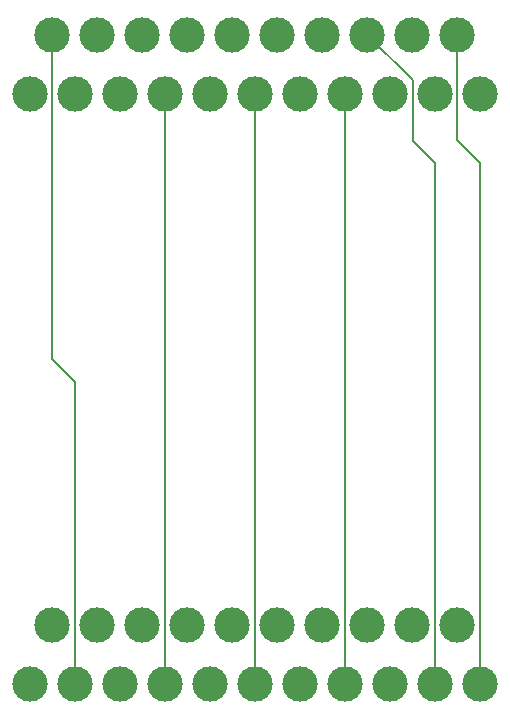
<source format=gbr>
%TF.GenerationSoftware,KiCad,Pcbnew,(6.0.8)*%
%TF.CreationDate,2023-05-31T19:07:23+02:00*%
%TF.ProjectId,RT5XP-EXP-Interconnect,52543558-502d-4455-9850-2d496e746572,rev?*%
%TF.SameCoordinates,Original*%
%TF.FileFunction,Copper,L1,Top*%
%TF.FilePolarity,Positive*%
%FSLAX46Y46*%
G04 Gerber Fmt 4.6, Leading zero omitted, Abs format (unit mm)*
G04 Created by KiCad (PCBNEW (6.0.8)) date 2023-05-31 19:07:23*
%MOMM*%
%LPD*%
G01*
G04 APERTURE LIST*
%TA.AperFunction,ComponentPad*%
%ADD10C,3.000000*%
%TD*%
%TA.AperFunction,Conductor*%
%ADD11C,0.203200*%
%TD*%
G04 APERTURE END LIST*
D10*
%TO.P,J2,1,Pin_1*%
%TO.N,unconnected-(J2-Pad1)*%
X149950000Y-90000000D03*
%TO.P,J2,2,Pin_2*%
%TO.N,AUDIOR*%
X148045000Y-85000000D03*
%TO.P,J2,3,Pin_3*%
%TO.N,unconnected-(J2-Pad3)*%
X146140000Y-90000000D03*
%TO.P,J2,4,Pin_4*%
%TO.N,GND*%
X144235000Y-85000000D03*
%TO.P,J2,5,Pin_5*%
X142330000Y-90000000D03*
%TO.P,J2,6,Pin_6*%
%TO.N,AUDIOL*%
X140425000Y-85000000D03*
%TO.P,J2,7,Pin_7*%
%TO.N,BLUE*%
X138520000Y-90000000D03*
%TO.P,J2,8,Pin_8*%
%TO.N,unconnected-(J2-Pad8)*%
X136615000Y-85000000D03*
%TO.P,J2,9,Pin_9*%
%TO.N,GND*%
X134710000Y-90000000D03*
%TO.P,J2,10,Pin_10*%
%TO.N,unconnected-(J2-Pad10)*%
X132805000Y-85000000D03*
%TO.P,J2,11,Pin_11*%
%TO.N,GREEN*%
X130900000Y-90000000D03*
%TO.P,J2,12,Pin_12*%
%TO.N,unconnected-(J2-Pad12)*%
X128995000Y-85000000D03*
%TO.P,J2,13,Pin_13*%
%TO.N,GND*%
X127090000Y-90000000D03*
%TO.P,J2,14,Pin_14*%
%TO.N,unconnected-(J2-Pad14)*%
X125185000Y-85000000D03*
%TO.P,J2,15,Pin_15*%
%TO.N,RED*%
X123280000Y-90000000D03*
%TO.P,J2,16,Pin_16*%
%TO.N,unconnected-(J2-Pad16)*%
X121375000Y-85000000D03*
%TO.P,J2,17,Pin_17*%
%TO.N,GND*%
X119470000Y-90000000D03*
%TO.P,J2,18,Pin_18*%
X117565000Y-85000000D03*
%TO.P,J2,19,Pin_19*%
%TO.N,unconnected-(J2-Pad19)*%
X115660000Y-90000000D03*
%TO.P,J2,20,Pin_20*%
%TO.N,SYNC*%
X113755000Y-85000000D03*
%TO.P,J2,21,Pin_21*%
%TO.N,GND*%
X111850000Y-90000000D03*
%TD*%
%TO.P,J1,21,Pin_21*%
%TO.N,GND*%
X111850000Y-140000000D03*
%TO.P,J1,20,Pin_20*%
%TO.N,unconnected-(J1-Pad20)*%
X113755000Y-135000000D03*
%TO.P,J1,19,Pin_19*%
%TO.N,SYNC*%
X115660000Y-140000000D03*
%TO.P,J1,18,Pin_18*%
%TO.N,GND*%
X117565000Y-135000000D03*
%TO.P,J1,17,Pin_17*%
X119470000Y-140000000D03*
%TO.P,J1,16,Pin_16*%
%TO.N,unconnected-(J1-Pad16)*%
X121375000Y-135000000D03*
%TO.P,J1,15,Pin_15*%
%TO.N,RED*%
X123280000Y-140000000D03*
%TO.P,J1,14,Pin_14*%
%TO.N,unconnected-(J1-Pad14)*%
X125185000Y-135000000D03*
%TO.P,J1,13,Pin_13*%
%TO.N,GND*%
X127090000Y-140000000D03*
%TO.P,J1,12,Pin_12*%
%TO.N,unconnected-(J1-Pad12)*%
X128995000Y-135000000D03*
%TO.P,J1,11,Pin_11*%
%TO.N,GREEN*%
X130900000Y-140000000D03*
%TO.P,J1,10,Pin_10*%
%TO.N,unconnected-(J1-Pad10)*%
X132805000Y-135000000D03*
%TO.P,J1,9,Pin_9*%
%TO.N,GND*%
X134710000Y-140000000D03*
%TO.P,J1,8,Pin_8*%
%TO.N,unconnected-(J1-Pad8)*%
X136615000Y-135000000D03*
%TO.P,J1,7,Pin_7*%
%TO.N,BLUE*%
X138520000Y-140000000D03*
%TO.P,J1,6,Pin_6*%
%TO.N,unconnected-(J1-Pad6)*%
X140425000Y-135000000D03*
%TO.P,J1,5,Pin_5*%
%TO.N,GND*%
X142330000Y-140000000D03*
%TO.P,J1,4,Pin_4*%
X144235000Y-135000000D03*
%TO.P,J1,3,Pin_3*%
%TO.N,AUDIOL*%
X146140000Y-140000000D03*
%TO.P,J1,2,Pin_2*%
%TO.N,unconnected-(J1-Pad2)*%
X148045000Y-135000000D03*
%TO.P,J1,1,Pin_1*%
%TO.N,AUDIOR*%
X149950000Y-140000000D03*
%TD*%
D11*
%TO.N,AUDIOL*%
X146140000Y-95848000D02*
X146140000Y-140000000D01*
X144272000Y-93980000D02*
X146140000Y-95848000D01*
X144272000Y-88847000D02*
X144272000Y-93980000D01*
X140425000Y-85000000D02*
X144272000Y-88847000D01*
%TO.N,AUDIOR*%
X148045000Y-93943000D02*
X149950000Y-95848000D01*
X148045000Y-85000000D02*
X148045000Y-93943000D01*
X149950000Y-95848000D02*
X149950000Y-140000000D01*
%TO.N,SYNC*%
X115660000Y-114390000D02*
X115660000Y-140000000D01*
X113755000Y-112485000D02*
X115660000Y-114390000D01*
X113755000Y-85000000D02*
X113755000Y-112485000D01*
%TO.N,BLUE*%
X138520000Y-140000000D02*
X138520000Y-90000000D01*
%TO.N,RED*%
X123280000Y-140000000D02*
X123280000Y-90000000D01*
%TO.N,GREEN*%
X130900000Y-140000000D02*
X130900000Y-90000000D01*
%TD*%
M02*

</source>
